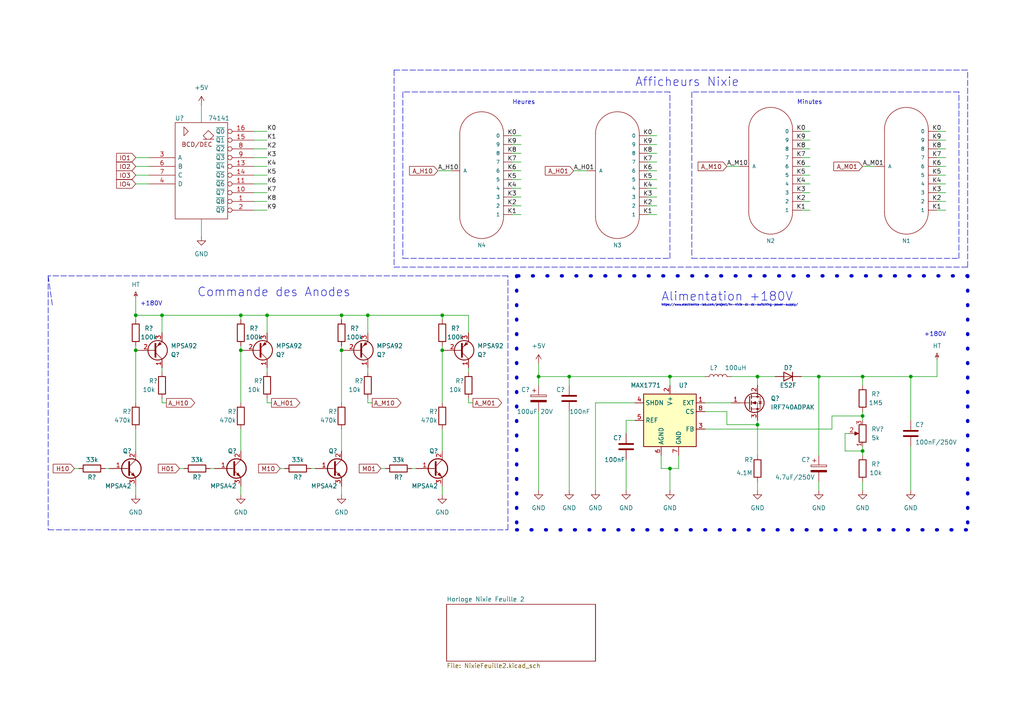
<source format=kicad_sch>
(kicad_sch (version 20211123) (generator eeschema)
  (paper "A4")
  (title_block (title "Horloge Nixie") (date "2023-01-06") (rev "0.1") (company "Laurent Claude"))
  (lib_symbols
    (symbol "74xx_IEEE:74141" (pin_names (offset 0.762))
      (property "Reference" "U" (at 0 0 0))
      (property "Value" "74141" (at 7.62 -15.24 0))
      (symbol "74141_0_0"
        (polyline (pts (xy 3.556 9.144) (xy 3.048 9.144) (xy 3.048 9.144)))
        (polyline (pts (xy -5.08 12.7) (xy -5.08 10.16) (xy -3.81 11.43) (xy -5.08 12.7) (xy -5.08 12.7)))
        (polyline (pts (xy 2.54 9.144) (xy 3.556 10.16) (xy 2.032 11.684) (xy 0.508 10.16) (xy 1.524 9.144) (xy 0.508 9.144) (xy 3.556 9.144)))
        (text "BCD/DEC" (at -1.27 7.62 0) (effects (font (size 1.27 1.27))))
        (pin power_in line (at 0 -13.97 90) (length 0) hide (name "GND") (number "12"))
        (pin power_in line (at 0 13.97 270) (length 0) hide (name "VCC") (number "5"))
      )
      (symbol "74141_0_1"
        (rectangle (start -7.62 13.97) (end 7.62 -13.97))
      )
      (symbol "74141_1_1"
        (pin open_collector inverted (at 15.24 -8.89 180) (length 7.62) (name "~{Q8}") (number "1"))
        (pin open_collector inverted (at 15.24 -6.35 180) (length 7.62) (name "~{Q7}") (number "10"))
        (pin open_collector inverted (at 15.24 -3.81 180) (length 7.62) (name "~{Q6}") (number "11"))
        (pin open_collector inverted (at 15.24 1.27 180) (length 7.62) (name "~{Q4}") (number "13"))
        (pin open_collector inverted (at 15.24 -1.27 180) (length 7.62) (name "~{Q5}") (number "14"))
        (pin open_collector inverted (at 15.24 8.89 180) (length 7.62) (name "~{Q1}") (number "15"))
        (pin open_collector inverted (at 15.24 11.43 180) (length 7.62) (name "~{Q0}") (number "16"))
        (pin open_collector inverted (at 15.24 -11.43 180) (length 7.62) (name "~{Q9}") (number "2"))
        (pin input line (at -15.24 3.81 0) (length 7.62) (name "A") (number "3"))
        (pin input line (at -15.24 -3.81 0) (length 7.62) (name "D") (number "4"))
        (pin input line (at -15.24 1.27 0) (length 7.62) (name "B") (number "6"))
        (pin input line (at -15.24 -1.27 0) (length 7.62) (name "C") (number "7"))
        (pin open_collector inverted (at 15.24 6.35 180) (length 7.62) (name "~{Q2}") (number "8"))
        (pin open_collector inverted (at 15.24 3.81 180) (length 7.62) (name "~{Q3}") (number "9"))
      )
    )
    (symbol "Device:C" (pin_numbers hide) (pin_names (offset 0.254))
      (property "Reference" "C" (at 0.635 2.54 0))
      (property "Value" "C" (at 0.635 -2.54 0))
      (symbol "C_0_1"
        (polyline (pts (xy -2.032 -0.762) (xy 2.032 -0.762)) (stroke (width 0.508)))
        (polyline (pts (xy -2.032 0.762) (xy 2.032 0.762)) (stroke (width 0.508)))
      )
      (symbol "C_1_1"
        (pin passive line (at 0 3.81 270) (length 2.794) (name "~") (number "1"))
        (pin passive line (at 0 -3.81 90) (length 2.794) (name "~") (number "2"))
      )
    )
    (symbol "Device:C_Polarized" (pin_numbers hide) (pin_names (offset 0.254))
      (property "Reference" "C" (at 0.635 2.54 0))
      (property "Value" "C_Polarized" (at 0.635 -2.54 0))
      (symbol "C_Polarized_0_1"
        (rectangle (start -2.286 0.508) (end 2.286 1.016))
        (polyline (pts (xy -1.778 2.286) (xy -0.762 2.286)))
        (polyline (pts (xy -1.27 2.794) (xy -1.27 1.778)))
        (rectangle (start 2.286 -0.508) (end -2.286 -1.016) (fill (type outline)))
      )
      (symbol "C_Polarized_1_1"
        (pin passive line (at 0 3.81 270) (length 2.794) (name "~") (number "1"))
        (pin passive line (at 0 -3.81 90) (length 2.794) (name "~") (number "2"))
      )
    )
    (symbol "Device:D" (pin_numbers hide) (pin_names (offset 1.016) hide)
      (property "Reference" "D" (at 0 2.54 0))
      (property "Value" "D" (at 0 -2.54 0))
      (symbol "D_0_1"
        (polyline (pts (xy -1.27 1.27) (xy -1.27 -1.27)) (stroke (width 0.254)))
        (polyline (pts (xy 1.27 0) (xy -1.27 0)))
        (polyline (pts (xy 1.27 1.27) (xy 1.27 -1.27) (xy -1.27 0) (xy 1.27 1.27)) (stroke (width 0.254)))
      )
      (symbol "D_1_1"
        (pin passive line (at -3.81 0 0) (length 2.54) (name "K") (number "1"))
        (pin passive line (at 3.81 0 180) (length 2.54) (name "A") (number "2"))
      )
    )
    (symbol "Device:L" (pin_numbers hide) (pin_names (offset 1.016) hide)
      (property "Reference" "L" (at -1.27 0 90))
      (property "Value" "L" (at 1.905 0 90))
      (symbol "L_0_1"
        (arc (start 0 -2.54) (mid 0.635 -1.905) (end 0 -1.27))
        (arc (start 0 -1.27) (mid 0.635 -0.635) (end 0 0))
        (arc (start 0 0) (mid 0.635 0.635) (end 0 1.27))
        (arc (start 0 1.27) (mid 0.635 1.905) (end 0 2.54))
      )
      (symbol "L_1_1"
        (pin passive line (at 0 3.81 270) (length 1.27) (name "1") (number "1"))
        (pin passive line (at 0 -3.81 90) (length 1.27) (name "2") (number "2"))
      )
    )
    (symbol "Device:R" (pin_numbers hide) (pin_names (offset 0))
      (property "Reference" "R" (at 2.032 0 90))
      (property "Value" "R" (at 0 0 90))
      (symbol "R_0_1"
        (rectangle (start -1.016 -2.54) (end 1.016 2.54) (stroke (width 0.254)))
      )
      (symbol "R_1_1"
        (pin passive line (at 0 3.81 270) (length 1.27) (name "~") (number "1"))
        (pin passive line (at 0 -3.81 90) (length 1.27) (name "~") (number "2"))
      )
    )
    (symbol "Device:R_Potentiometer" (pin_names (offset 1.016) hide)
      (property "Reference" "RV" (at -4.445 0 90))
      (property "Value" "R_Potentiometer" (at -2.54 0 90))
      (symbol "R_Potentiometer_0_1"
        (polyline (pts (xy 2.54 0) (xy 1.524 0)))
        (polyline (pts (xy 1.143 0) (xy 2.286 0.508) (xy 2.286 -0.508) (xy 1.143 0)) (fill (type outline)))
        (rectangle (start 1.016 2.54) (end -1.016 -2.54) (stroke (width 0.254)))
      )
      (symbol "R_Potentiometer_1_1"
        (pin passive line (at 0 3.81 270) (length 1.27) (name "1") (number "1"))
        (pin passive line (at 3.81 0 180) (length 1.27) (name "2") (number "2"))
        (pin passive line (at 0 -3.81 90) (length 1.27) (name "3") (number "3"))
      )
    )
    (symbol "Nixie:IN-1" (pin_numbers hide) (pin_names (offset 1.016))
      (property "Reference" "N" (at -5.715 20.955 0))
      (symbol "IN-1_1_0"
        (polyline (pts (xy -7.62 -10.795) (xy -7.62 13.335)))
        (polyline (pts (xy 5.08 -10.795) (xy 5.08 13.335)))
      )
      (symbol "IN-1_1_1"
        (arc (start -7.62 -10.795) (mid -1.27 -17.145) (end 5.08 -10.795))
        (arc (start 5.08 13.335) (mid -1.27 19.685) (end -7.62 13.335))
        (pin bidirectional line (at -10.16 -10.16 0) (length 2.54) (name "0") (number "0"))
        (pin bidirectional line (at -10.16 12.7 0) (length 2.54) (name "1") (number "1"))
        (pin bidirectional line (at -10.16 10.16 0) (length 2.54) (name "2") (number "2"))
        (pin bidirectional line (at -10.16 7.62 0) (length 2.54) (name "3") (number "3"))
        (pin bidirectional line (at -10.16 5.08 0) (length 2.54) (name "4") (number "4"))
        (pin bidirectional line (at -10.16 2.54 0) (length 2.54) (name "5") (number "5"))
        (pin bidirectional line (at -10.16 0 0) (length 2.54) (name "6") (number "6"))
        (pin bidirectional line (at -10.16 -2.54 0) (length 2.54) (name "7") (number "7"))
        (pin bidirectional line (at -10.16 -5.08 0) (length 2.54) (name "8") (number "8"))
        (pin bidirectional line (at -10.16 -7.62 0) (length 2.54) (name "9") (number "9"))
        (pin bidirectional line (at 7.62 0 180) (length 2.54) (name "A") (number "A"))
      )
    )
    (symbol "Regulator_Switching:MAX1771xSA"
      (property "Reference" "U" (at -3.81 10.16 0))
      (property "Value" "MAX1771xSA" (at 6.35 10.16 0))
      (symbol "MAX1771xSA_0_1"
        (rectangle (start -7.62 7.62) (end 7.62 -7.62) (stroke (width 0.254)) (fill (type background)))
      )
      (symbol "MAX1771xSA_1_1"
        (pin output line (at 10.16 5.08 180) (length 2.54) (name "EXT") (number "1"))
        (pin power_in line (at 0 10.16 270) (length 2.54) (name "V+") (number "2"))
        (pin input line (at 10.16 -2.54 180) (length 2.54) (name "FB") (number "3"))
        (pin input line (at -10.16 5.08 0) (length 2.54) (name "SHDN") (number "4"))
        (pin passive line (at -10.16 0 0) (length 2.54) (name "REF") (number "5"))
        (pin power_in line (at -2.54 -10.16 90) (length 2.54) (name "AGND") (number "6"))
        (pin power_in line (at 2.54 -10.16 90) (length 2.54) (name "GND") (number "7"))
        (pin input line (at 10.16 2.54 180) (length 2.54) (name "CS") (number "8"))
      )
    )
    (symbol "Transistor_BJT:BC557" (pin_names (offset 0) hide)
      (property "Reference" "Q" (at 5.08 1.905 0))
      (property "Value" "BC557" (at 5.08 0 0))
      (symbol "BC557_0_1"
        (polyline (pts (xy 0.635 0.635) (xy 2.54 2.54)))
        (polyline (pts (xy 0.635 -0.635) (xy 2.54 -2.54) (xy 2.54 -2.54)))
        (polyline (pts (xy 0.635 1.905) (xy 0.635 -1.905) (xy 0.635 -1.905)) (stroke (width 0.508)))
        (polyline (pts (xy 2.286 -1.778) (xy 1.778 -2.286) (xy 1.27 -1.27) (xy 2.286 -1.778) (xy 2.286 -1.778)) (fill (type outline)))
        (circle (center 1.27 0) (radius 2.8194) (stroke (width 0.254)))
      )
      (symbol "BC557_1_1"
        (pin passive line (at 2.54 5.08 270) (length 2.54) (name "C") (number "1"))
        (pin input line (at -5.08 0 0) (length 5.715) (name "B") (number "2"))
        (pin passive line (at 2.54 -5.08 90) (length 2.54) (name "E") (number "3"))
      )
    )
    (symbol "Transistor_BJT:MJE13007G" (pin_names (offset 0) hide)
      (property "Reference" "Q" (at 6.35 1.905 0))
      (property "Value" "MJE13007G" (at 6.35 0 0))
      (symbol "MJE13007G_0_1"
        (polyline (pts (xy 0 0) (xy 0.635 0)))
        (polyline (pts (xy 2.54 2.54) (xy 0.635 0.635)))
        (polyline (pts (xy 0.635 1.905) (xy 0.635 -1.905) (xy 0.635 -1.905)) (stroke (width 0.508)))
        (polyline (pts (xy 2.286 -2.286) (xy 1.778 -1.778) (xy 1.778 -1.778)))
        (polyline (pts (xy 2.54 -2.54) (xy 0.635 -0.635) (xy 1.27 -1.27)) (fill (type outline)))
        (polyline (pts (xy 1.27 -1.778) (xy 1.778 -1.27) (xy 2.286 -2.286) (xy 1.27 -1.778) (xy 1.27 -1.778)) (fill (type outline)))
        (circle (center 1.27 0) (radius 2.8194) (stroke (width 0.3048)))
      )
      (symbol "MJE13007G_1_1"
        (pin input line (at -5.08 0 0) (length 5.08) (name "B") (number "1"))
        (pin passive line (at 2.54 5.08 270) (length 2.54) (name "C") (number "2"))
        (pin passive line (at 2.54 -5.08 90) (length 2.54) (name "E") (number "3"))
      )
    )
    (symbol "Transistor_FET:IRF740" (pin_names hide)
      (property "Reference" "Q" (at 6.35 1.905 0))
      (property "Value" "IRF740" (at 6.35 0 0))
      (symbol "IRF740_0_1"
        (polyline (pts (xy 0.254 0) (xy -2.54 0)))
        (polyline (pts (xy 0.254 1.905) (xy 0.254 -1.905)) (stroke (width 0.254)))
        (polyline (pts (xy 0.762 -1.27) (xy 0.762 -2.286)) (stroke (width 0.254)))
        (polyline (pts (xy 0.762 0.508) (xy 0.762 -0.508)) (stroke (width 0.254)))
        (polyline (pts (xy 0.762 2.286) (xy 0.762 1.27)) (stroke (width 0.254)))
        (polyline (pts (xy 2.54 2.54) (xy 2.54 1.778)))
        (polyline (pts (xy 2.54 -2.54) (xy 2.54 0) (xy 0.762 0)))
        (polyline (pts (xy 0.762 -1.778) (xy 3.302 -1.778) (xy 3.302 1.778) (xy 0.762 1.778)))
        (polyline (pts (xy 1.016 0) (xy 2.032 0.381) (xy 2.032 -0.381) (xy 1.016 0)) (fill (type outline)))
        (polyline (pts (xy 2.794 0.508) (xy 2.921 0.381) (xy 3.683 0.381) (xy 3.81 0.254)))
        (polyline (pts (xy 3.302 0.381) (xy 2.921 -0.254) (xy 3.683 -0.254) (xy 3.302 0.381)))
        (circle (center 1.651 0) (radius 2.794) (stroke (width 0.254)))
        (circle (center 2.54 -1.778) (radius 0.254) (fill (type outline)))
        (circle (center 2.54 1.778) (radius 0.254) (fill (type outline)))
      )
      (symbol "IRF740_1_1"
        (pin input line (at -5.08 0 0) (length 2.54) (name "G") (number "1"))
        (pin passive line (at 2.54 5.08 270) (length 2.54) (name "D") (number "2"))
        (pin passive line (at 2.54 -5.08 90) (length 2.54) (name "S") (number "3"))
      )
    )
    (symbol "power:+5V" (power) (pin_names (offset 0))
      (property "Value" "+5V" (at 0 3.556 0))
      (symbol "+5V_0_1"
        (polyline (pts (xy -0.762 1.27) (xy 0 2.54)))
        (polyline (pts (xy 0 0) (xy 0 2.54)))
        (polyline (pts (xy 0 2.54) (xy 0.762 1.27)))
      )
      (symbol "+5V_1_1"
        (pin power_in line (at 0 0 90) (length 0) hide (name "+5V") (number "1"))
      )
    )
    (symbol "power:GND" (power) (pin_names (offset 0))
      (property "Value" "GND" (at 0 -3.81 0))
      (symbol "GND_0_1"
        (polyline (pts (xy 0 0) (xy 0 -1.27) (xy 1.27 -1.27) (xy 0 -2.54) (xy -1.27 -1.27) (xy 0 -1.27)))
      )
      (symbol "GND_1_1"
        (pin power_in line (at 0 0 270) (length 0) hide (name "GND") (number "1"))
      )
    )
    (symbol "power:HT" (power) (pin_names (offset 0))
      (property "Value" "HT" (at 0 2.286 0))
      (symbol "HT_0_0"
        (pin power_in line (at 0 0 90) (length 0) hide (name "HT") (number "1"))
      )
      (symbol "HT_0_1"
        (polyline (pts (xy 0 0) (xy 0 1.016) (xy 0 1.016)))
        (polyline (pts (xy 0 1.016) (xy 0.508 0.508) (xy 0 1.778) (xy -0.508 0.508) (xy 0 1.016) (xy 0 1.016)))
      )
    )
  )
  (junction (at 77.47 91.44))
  (junction (at 250.19 120.65))
  (junction (at 264.16 109.22))
  (junction (at 156.21 109.22))
  (junction (at 106.68 91.44))
  (junction (at 69.85 101.6))
  (junction (at 39.37 101.6))
  (junction (at 39.37 91.44))
  (junction (at 237.49 109.22))
  (junction (at 219.71 123.19))
  (junction (at 99.06 101.6))
  (junction (at 99.06 91.44))
  (junction (at 194.31 135.89))
  (junction (at 46.99 91.44))
  (junction (at 250.19 109.22))
  (junction (at 250.19 130.81))
  (junction (at 128.27 91.44))
  (junction (at 69.85 91.44))
  (junction (at 165.1 109.22))
  (junction (at 219.71 109.22))
  (junction (at 128.27 101.6))
  (junction (at 194.31 109.22))
  (wire (pts (xy 190.5 39.37) (xy 187.96 39.37)))
  (wire (pts (xy 219.71 139.7) (xy 219.71 142.24)))
  (wire (pts (xy 77.47 43.18) (xy 73.66 43.18)))
  (wire (pts (xy 151.13 59.69) (xy 148.59 59.69)))
  (wire (pts (xy 204.47 124.46) (xy 241.3 124.46)))
  (wire (pts (xy 69.85 140.97) (xy 69.85 143.51)))
  (wire (pts (xy 106.68 116.84) (xy 107.95 116.84)))
  (wire (pts (xy 274.32 38.1) (xy 271.78 38.1)))
  (wire (pts (xy 106.68 91.44) (xy 106.68 96.52)))
  (wire (pts (xy 250.19 119.38) (xy 250.19 120.65)))
  (wire (pts (xy 151.13 44.45) (xy 148.59 44.45)))
  (wire (pts (xy 69.85 100.33) (xy 69.85 101.6)))
  (wire (pts (xy 190.5 57.15) (xy 187.96 57.15)))
  (wire (pts (xy 99.06 100.33) (xy 99.06 101.6)))
  (wire (pts (xy 219.71 109.22) (xy 224.79 109.22)))
  (wire (pts (xy 234.95 40.64) (xy 232.41 40.64)))
  (wire (pts (xy 39.37 100.33) (xy 39.37 101.6)))
  (wire (pts (xy 77.47 48.26) (xy 73.66 48.26)))
  (wire (pts (xy 135.89 91.44) (xy 128.27 91.44)))
  (wire (pts (xy 210.82 123.19) (xy 219.71 123.19)))
  (wire (pts (xy 77.47 96.52) (xy 77.47 91.44)))
  (wire (pts (xy 190.5 52.07) (xy 187.96 52.07)))
  (wire (pts (xy 245.11 125.73) (xy 245.11 130.81)))
  (wire (pts (xy 271.78 109.22) (xy 264.16 109.22)))
  (wire (pts (xy 237.49 109.22) (xy 250.19 109.22)))
  (polyline (pts (xy 114.3 20.32) (xy 280.67 20.32)))
  (wire (pts (xy 181.61 133.35) (xy 181.61 142.24)))
  (wire (pts (xy 151.13 39.37) (xy 148.59 39.37)))
  (wire (pts (xy 151.13 52.07) (xy 148.59 52.07)))
  (wire (pts (xy 99.06 140.97) (xy 99.06 143.51)))
  (wire (pts (xy 219.71 109.22) (xy 219.71 111.76)))
  (wire (pts (xy 166.37 49.53) (xy 170.18 49.53)))
  (wire (pts (xy 156.21 119.38) (xy 156.21 142.24)))
  (polyline (pts (xy 194.31 74.93) (xy 194.31 26.67)))
  (wire (pts (xy 128.27 140.97) (xy 128.27 143.51)))
  (polyline (pts (xy 278.13 74.93) (xy 278.13 26.67)))
  (wire (pts (xy 165.1 119.38) (xy 165.1 142.24)))
  (wire (pts (xy 77.47 115.57) (xy 77.47 116.84)))
  (wire (pts (xy 232.41 109.22) (xy 237.49 109.22)))
  (wire (pts (xy 77.47 91.44) (xy 69.85 91.44)))
  (wire (pts (xy 190.5 49.53) (xy 187.96 49.53)))
  (wire (pts (xy 156.21 109.22) (xy 165.1 109.22)))
  (wire (pts (xy 181.61 125.73) (xy 181.61 121.92)))
  (wire (pts (xy 190.5 46.99) (xy 187.96 46.99)))
  (wire (pts (xy 110.49 135.89) (xy 111.76 135.89)))
  (wire (pts (xy 30.48 135.89) (xy 31.75 135.89)))
  (wire (pts (xy 271.78 104.14) (xy 271.78 109.22)))
  (wire (pts (xy 190.5 41.91) (xy 187.96 41.91)))
  (wire (pts (xy 210.82 48.26) (xy 214.63 48.26)))
  (polyline (pts (xy 194.31 26.67) (xy 116.84 26.67)))
  (polyline (pts (xy 149.86 80.01) (xy 149.86 153.67)) (stroke (width 1) (type dot)))
  (wire (pts (xy 46.99 96.52) (xy 46.99 91.44)))
  (wire (pts (xy 196.85 132.08) (xy 196.85 135.89)))
  (wire (pts (xy 135.89 116.84) (xy 137.16 116.84)))
  (wire (pts (xy 46.99 91.44) (xy 69.85 91.44)))
  (wire (pts (xy 21.59 135.89) (xy 22.86 135.89)))
  (wire (pts (xy 274.32 55.88) (xy 271.78 55.88)))
  (wire (pts (xy 77.47 106.68) (xy 77.47 107.95)))
  (wire (pts (xy 264.16 109.22) (xy 250.19 109.22)))
  (polyline (pts (xy 200.66 74.93) (xy 278.13 74.93)))
  (wire (pts (xy 237.49 109.22) (xy 237.49 132.08)))
  (wire (pts (xy 77.47 53.34) (xy 73.66 53.34)))
  (polyline (pts (xy 114.3 77.47) (xy 280.67 77.47)))
  (polyline (pts (xy 147.32 80.01) (xy 13.97 80.01)))
  (wire (pts (xy 151.13 46.99) (xy 148.59 46.99)))
  (wire (pts (xy 77.47 116.84) (xy 78.74 116.84)))
  (wire (pts (xy 77.47 40.64) (xy 73.66 40.64)))
  (wire (pts (xy 264.16 129.54) (xy 264.16 142.24)))
  (wire (pts (xy 210.82 119.38) (xy 210.82 123.19)))
  (wire (pts (xy 58.42 30.48) (xy 58.42 35.56)))
  (wire (pts (xy 77.47 91.44) (xy 99.06 91.44)))
  (wire (pts (xy 151.13 62.23) (xy 148.59 62.23)))
  (polyline (pts (xy 200.66 26.67) (xy 200.66 74.93)))
  (wire (pts (xy 77.47 38.1) (xy 73.66 38.1)))
  (polyline (pts (xy 280.67 80.01) (xy 149.86 80.01)) (stroke (width 1) (type dot)))
  (wire (pts (xy 172.72 116.84) (xy 184.15 116.84)))
  (wire (pts (xy 90.17 135.89) (xy 91.44 135.89)))
  (wire (pts (xy 69.85 101.6) (xy 69.85 116.84)))
  (wire (pts (xy 77.47 58.42) (xy 73.66 58.42)))
  (wire (pts (xy 46.99 91.44) (xy 39.37 91.44)))
  (wire (pts (xy 99.06 124.46) (xy 99.06 130.81)))
  (wire (pts (xy 165.1 109.22) (xy 194.31 109.22)))
  (wire (pts (xy 237.49 139.7) (xy 237.49 142.24)))
  (wire (pts (xy 77.47 50.8) (xy 73.66 50.8)))
  (wire (pts (xy 81.28 135.89) (xy 82.55 135.89)))
  (wire (pts (xy 234.95 58.42) (xy 232.41 58.42)))
  (wire (pts (xy 234.95 45.72) (xy 232.41 45.72)))
  (wire (pts (xy 234.95 43.18) (xy 232.41 43.18)))
  (polyline (pts (xy 116.84 74.93) (xy 194.31 74.93)))
  (wire (pts (xy 39.37 48.26) (xy 43.18 48.26)))
  (wire (pts (xy 190.5 44.45) (xy 187.96 44.45)))
  (wire (pts (xy 246.38 125.73) (xy 245.11 125.73)))
  (wire (pts (xy 181.61 121.92) (xy 184.15 121.92)))
  (wire (pts (xy 190.5 62.23) (xy 187.96 62.23)))
  (wire (pts (xy 191.77 135.89) (xy 194.31 135.89)))
  (wire (pts (xy 274.32 58.42) (xy 271.78 58.42)))
  (wire (pts (xy 234.95 48.26) (xy 232.41 48.26)))
  (wire (pts (xy 274.32 50.8) (xy 271.78 50.8)))
  (polyline (pts (xy 13.97 80.01) (xy 13.97 153.67)))
  (wire (pts (xy 156.21 109.22) (xy 156.21 111.76)))
  (wire (pts (xy 46.99 115.57) (xy 46.99 116.84)))
  (wire (pts (xy 39.37 45.72) (xy 43.18 45.72)))
  (wire (pts (xy 106.68 91.44) (xy 128.27 91.44)))
  (wire (pts (xy 128.27 100.33) (xy 128.27 101.6)))
  (wire (pts (xy 39.37 101.6) (xy 39.37 116.84)))
  (wire (pts (xy 234.95 55.88) (xy 232.41 55.88)))
  (wire (pts (xy 274.32 40.64) (xy 271.78 40.64)))
  (wire (pts (xy 135.89 96.52) (xy 135.89 91.44)))
  (polyline (pts (xy 149.86 153.67) (xy 280.67 153.67)) (stroke (width 1) (type dot)))
  (polyline (pts (xy 147.32 153.67) (xy 147.32 80.01)))
  (wire (pts (xy 77.47 45.72) (xy 73.66 45.72)))
  (wire (pts (xy 106.68 115.57) (xy 106.68 116.84)))
  (wire (pts (xy 250.19 130.81) (xy 250.19 132.08)))
  (wire (pts (xy 77.47 55.88) (xy 73.66 55.88)))
  (wire (pts (xy 46.99 106.68) (xy 46.99 107.95)))
  (wire (pts (xy 245.11 130.81) (xy 250.19 130.81)))
  (wire (pts (xy 128.27 91.44) (xy 128.27 92.71)))
  (wire (pts (xy 190.5 54.61) (xy 187.96 54.61)))
  (polyline (pts (xy 280.67 80.01) (xy 280.67 153.67)) (stroke (width 1) (type dot)))
  (wire (pts (xy 39.37 124.46) (xy 39.37 130.81)))
  (wire (pts (xy 212.09 109.22) (xy 219.71 109.22)))
  (wire (pts (xy 274.32 43.18) (xy 271.78 43.18)))
  (wire (pts (xy 151.13 49.53) (xy 148.59 49.53)))
  (wire (pts (xy 99.06 101.6) (xy 99.06 116.84)))
  (wire (pts (xy 99.06 91.44) (xy 106.68 91.44)))
  (wire (pts (xy 191.77 132.08) (xy 191.77 135.89)))
  (polyline (pts (xy 114.3 20.32) (xy 114.3 77.47)))
  (wire (pts (xy 58.42 63.5) (xy 58.42 68.58)))
  (wire (pts (xy 274.32 48.26) (xy 271.78 48.26)))
  (wire (pts (xy 60.96 135.89) (xy 62.23 135.89)))
  (polyline (pts (xy 13.97 153.67) (xy 147.32 153.67)))
  (wire (pts (xy 194.31 109.22) (xy 204.47 109.22)))
  (wire (pts (xy 39.37 53.34) (xy 43.18 53.34)))
  (polyline (pts (xy 13.97 80.01) (xy 15.24 88.9)))
  (wire (pts (xy 241.3 120.65) (xy 250.19 120.65)))
  (wire (pts (xy 165.1 109.22) (xy 165.1 111.76)))
  (wire (pts (xy 274.32 60.96) (xy 271.78 60.96)))
  (wire (pts (xy 39.37 140.97) (xy 39.37 143.51)))
  (wire (pts (xy 128.27 101.6) (xy 128.27 116.84)))
  (wire (pts (xy 99.06 91.44) (xy 99.06 92.71)))
  (wire (pts (xy 234.95 53.34) (xy 232.41 53.34)))
  (wire (pts (xy 219.71 123.19) (xy 219.71 121.92)))
  (wire (pts (xy 274.32 45.72) (xy 271.78 45.72)))
  (wire (pts (xy 250.19 48.26) (xy 254 48.26)))
  (wire (pts (xy 204.47 119.38) (xy 210.82 119.38)))
  (wire (pts (xy 190.5 59.69) (xy 187.96 59.69)))
  (wire (pts (xy 151.13 54.61) (xy 148.59 54.61)))
  (wire (pts (xy 151.13 57.15) (xy 148.59 57.15)))
  (wire (pts (xy 151.13 41.91) (xy 148.59 41.91)))
  (wire (pts (xy 106.68 106.68) (xy 106.68 107.95)))
  (wire (pts (xy 127 49.53) (xy 130.81 49.53)))
  (wire (pts (xy 135.89 115.57) (xy 135.89 116.84)))
  (wire (pts (xy 52.07 135.89) (xy 53.34 135.89)))
  (wire (pts (xy 39.37 50.8) (xy 43.18 50.8)))
  (wire (pts (xy 156.21 105.41) (xy 156.21 109.22)))
  (wire (pts (xy 234.95 60.96) (xy 232.41 60.96)))
  (wire (pts (xy 250.19 111.76) (xy 250.19 109.22)))
  (wire (pts (xy 46.99 116.84) (xy 48.26 116.84)))
  (wire (pts (xy 196.85 135.89) (xy 194.31 135.89)))
  (wire (pts (xy 128.27 124.46) (xy 128.27 130.81)))
  (wire (pts (xy 135.89 106.68) (xy 135.89 107.95)))
  (wire (pts (xy 250.19 120.65) (xy 250.19 121.92)))
  (wire (pts (xy 119.38 135.89) (xy 120.65 135.89)))
  (wire (pts (xy 241.3 124.46) (xy 241.3 120.65)))
  (wire (pts (xy 77.47 60.96) (xy 73.66 60.96)))
  (polyline (pts (xy 278.13 26.67) (xy 200.66 26.67)))
  (wire (pts (xy 39.37 91.44) (xy 39.37 92.71)))
  (wire (pts (xy 172.72 142.24) (xy 172.72 116.84)))
  (wire (pts (xy 250.19 139.7) (xy 250.19 142.24)))
  (wire (pts (xy 234.95 38.1) (xy 232.41 38.1)))
  (wire (pts (xy 69.85 124.46) (xy 69.85 130.81)))
  (wire (pts (xy 250.19 129.54) (xy 250.19 130.81)))
  (wire (pts (xy 204.47 116.84) (xy 212.09 116.84)))
  (wire (pts (xy 234.95 50.8) (xy 232.41 50.8)))
  (polyline (pts (xy 116.84 26.67) (xy 116.84 74.93)))
  (wire (pts (xy 39.37 86.36) (xy 39.37 91.44)))
  (wire (pts (xy 219.71 123.19) (xy 219.71 132.08)))
  (wire (pts (xy 194.31 109.22) (xy 194.31 111.76)))
  (wire (pts (xy 69.85 91.44) (xy 69.85 92.71)))
  (wire (pts (xy 264.16 121.92) (xy 264.16 109.22)))
  (wire (pts (xy 274.32 53.34) (xy 271.78 53.34)))
  (polyline (pts (xy 280.67 77.47) (xy 280.67 20.32)))
  (wire (pts (xy 194.31 135.89) (xy 194.31 142.24)))
  (text "+180V" (at 40.64 88.9 0) (effects (font (size 1.27 1.27)) (justify left bottom)))
  (text "Alimentation +180V" (at 191.77 87.63 0) (effects (font (size 2.54 2.54)) (justify left bottom)))
  (text "Afficheurs Nixie" (at 184.15 25.4 0) (effects (font (size 2.54 2.54)) (justify left bottom)))
  (text "+180V" (at 267.97 97.79 0) (effects (font (size 1.27 1.27)) (justify left bottom)))
  (text "Heures" (at 148.59 30.48 0) (effects (font (size 1.27 1.27)) (justify left bottom)))
  (text "Commande des Anodes" (at 57.15 86.36 0) (effects (font (size 2.54 2.54)) (justify left bottom)))
  (text "Minutes" (at 231.14 30.48 0) (effects (font (size 1.27 1.27)) (justify left bottom)))
  (text "https://www.electronics-lab.com/project/hv-nixie-dc-dc-switching-power-supply/" (at 191.77 88.9 0) (effects (font (size 0.6 0.6)) (justify left bottom)))
  (label "A_M10" (at 210.82 48.26 0))
  (label "K7" (at 149.86 46.99 180))
  (label "K1" (at 273.05 60.96 180))
  (label "K2" (at 273.05 58.42 180))
  (label "K5" (at 189.23 52.07 180))
  (label "K6" (at 273.05 48.26 180))
  (label "K3" (at 77.47 45.72 0))
  (label "A_H01" (at 166.37 49.53 0))
  (label "K4" (at 273.05 53.34 180))
  (label "K6" (at 189.23 49.53 180))
  (label "K5" (at 273.05 50.8 180))
  (label "K9" (at 233.68 40.64 180))
  (label "K9" (at 273.05 40.64 180))
  (label "K9" (at 189.23 41.91 180))
  (label "A_M01" (at 250.19 48.26 0))
  (label "K0" (at 273.05 38.1 180))
  (label "K4" (at 77.47 48.26 0))
  (label "K5" (at 77.47 50.8 0))
  (label "K7" (at 233.68 45.72 180))
  (label "K3" (at 189.23 57.15 180))
  (label "K5" (at 149.86 52.07 180))
  (label "K2" (at 233.68 58.42 180))
  (label "K5" (at 233.68 50.8 180))
  (label "K8" (at 273.05 43.18 180))
  (label "K6" (at 233.68 48.26 180))
  (label "K0" (at 77.47 38.1 0))
  (label "K1" (at 233.68 60.96 180))
  (label "K1" (at 77.47 40.64 0))
  (label "K1" (at 149.86 62.23 180))
  (label "K4" (at 149.86 54.61 180))
  (label "K6" (at 149.86 49.53 180))
  (label "K0" (at 233.68 38.1 180))
  (label "K8" (at 77.47 58.42 0))
  (label "K9" (at 149.86 41.91 180))
  (label "K0" (at 189.23 39.37 180))
  (label "K9" (at 77.47 60.96 0))
  (label "A_H10" (at 127 49.53 0))
  (label "K2" (at 77.47 43.18 0))
  (label "K2" (at 189.23 59.69 180))
  (label "K3" (at 273.05 55.88 180))
  (label "K4" (at 233.68 53.34 180))
  (label "K8" (at 189.23 44.45 180))
  (label "K2" (at 149.86 59.69 180))
  (label "K6" (at 77.47 53.34 0))
  (label "K7" (at 273.05 45.72 180))
  (label "K3" (at 149.86 57.15 180))
  (label "K0" (at 149.86 39.37 180))
  (label "K8" (at 233.68 43.18 180))
  (label "K7" (at 189.23 46.99 180))
  (label "K3" (at 233.68 55.88 180))
  (label "K1" (at 189.23 62.23 180))
  (label "K7" (at 77.47 55.88 0))
  (label "K8" (at 149.86 44.45 180))
  (label "K4" (at 189.23 54.61 180))
  (global_label "M01" (shape input) (at 110.49 135.89 180) (property "Références Inter-Feuilles" "${INTERSHEET_REFS}" (effects hide)))
  (global_label "A_H10" (shape output) (at 48.26 116.84 0) (property "Références Inter-Feuilles" "${INTERSHEET_REFS}" (effects hide)))
  (global_label "A_M01" (shape output) (at 137.16 116.84 0) (property "Références Inter-Feuilles" "${INTERSHEET_REFS}" (effects hide)))
  (global_label "H01" (shape input) (at 52.07 135.89 180) (property "Références Inter-Feuilles" "${INTERSHEET_REFS}" (effects hide)))
  (global_label "A_H01" (shape input) (at 166.37 49.53 180) (property "Références Inter-Feuilles" "${INTERSHEET_REFS}" (effects hide)))
  (global_label "A_H01" (shape output) (at 78.74 116.84 0) (property "Références Inter-Feuilles" "${INTERSHEET_REFS}" (effects hide)))
  (global_label "IO2" (shape input) (at 39.37 48.26 180) (property "Références Inter-Feuilles" "${INTERSHEET_REFS}" (effects hide)))
  (global_label "IO1" (shape input) (at 39.37 45.72 180) (property "Références Inter-Feuilles" "${INTERSHEET_REFS}" (effects hide)))
  (global_label "A_M10" (shape output) (at 107.95 116.84 0) (property "Références Inter-Feuilles" "${INTERSHEET_REFS}" (effects hide)))
  (global_label "H10" (shape input) (at 21.59 135.89 180) (property "Références Inter-Feuilles" "${INTERSHEET_REFS}" (effects hide)))
  (global_label "A_H10" (shape input) (at 127 49.53 180) (property "Références Inter-Feuilles" "${INTERSHEET_REFS}" (effects hide)))
  (global_label "IO4" (shape input) (at 39.37 53.34 180) (property "Références Inter-Feuilles" "${INTERSHEET_REFS}" (effects hide)))
  (global_label "IO3" (shape input) (at 39.37 50.8 180) (property "Références Inter-Feuilles" "${INTERSHEET_REFS}" (effects hide)))
  (global_label "A_M01" (shape input) (at 250.19 48.26 180) (property "Références Inter-Feuilles" "${INTERSHEET_REFS}" (effects hide)))
  (global_label "M10" (shape input) (at 81.28 135.89 180) (property "Références Inter-Feuilles" "${INTERSHEET_REFS}" (effects hide)))
  (global_label "A_M10" (shape input) (at 210.82 48.26 180) (property "Références Inter-Feuilles" "${INTERSHEET_REFS}" (effects hide)))
  (symbol (lib_id "Nixie:IN-1") (at 222.25 48.26 180) (unit 1)
    (property "Reference" "N2" (at 223.52 69.85 0) (effects (font (size 1.143 1.143))))
    (property "Value" "IN-1" (effects hide))
    (property "Footprint" "nixies-us_IN-1" (effects hide))
  )
  (symbol (lib_id "Nixie:IN-1") (at 177.8 49.53 180) (unit 1)
    (property "Reference" "N3" (at 179.07 71.12 0) (effects (font (size 1.143 1.143))))
    (property "Value" "IN-1" (effects hide))
    (property "Footprint" "nixies-us_IN-1" (effects hide))
  )
  (symbol (lib_id "Transistor_FET:IRF740") (at 217.17 116.84 0) (unit 1)
    (property "Reference" "Q?" (at 223.52 115.5699 0) (effects (justify left)))
    (property "Value" "IRF740ADPAK" (at 223.52 118.1099 0) (effects (justify left)))
    (property "Footprint" "Package_TO_SOT_THT:TO-220-3_Vertical" (effects hide))
    (property "Datasheet" "http://www.vishay.com/docs/91054/91054.pdf" (effects hide))
  )
  (symbol (lib_id "Transistor_BJT:BC557") (at 104.14 101.6 0) (mirror x) (unit 1)
    (property "Reference" "Q?" (at 109.22 102.87 0) (effects (justify left)))
    (property "Value" "MPSA92" (at 109.22 100.33 0) (effects (justify left)))
    (property "Footprint" "Package_TO_SOT_THT:TO-92_Inline" (effects hide))
    (property "Datasheet" "https://www.onsemi.com/pub/Collateral/BC556BTA-D.pdf" (effects hide))
  )
  (symbol (lib_id "Device:R") (at 26.67 135.89 90) (unit 1)
    (property "Reference" "R?" (at 26.67 138.43 90))
    (property "Value" "33k" (at 26.67 133.35 90))
  )
  (symbol (lib_id "power:GND") (at 172.72 142.24 0) (unit 1)
    (property "Reference" "#PWR?" (effects hide))
    (property "Value" "GND" (at 172.72 147.32 0))
  )
  (symbol (lib_id "power:GND") (at 39.37 143.51 0) (unit 1)
    (property "Reference" "#PWR?" (effects hide))
    (property "Value" "GND" (at 39.37 148.59 0))
  )
  (symbol (lib_id "Device:R") (at 57.15 135.89 90) (unit 1)
    (property "Reference" "R?" (at 57.15 138.43 90))
    (property "Value" "33k" (at 57.15 133.35 90))
  )
  (symbol (lib_id "Device:R") (at 99.06 120.65 180) (unit 1)
    (property "Reference" "R?" (at 96.52 119.38 0))
    (property "Value" "470k" (at 95.25 121.92 0))
  )
  (symbol (lib_id "power:GND") (at 128.27 143.51 0) (unit 1)
    (property "Reference" "#PWR?" (effects hide))
    (property "Value" "GND" (at 128.27 148.59 0))
  )
  (symbol (lib_id "Regulator_Switching:MAX1771xSA") (at 194.31 121.92 0) (unit 1)
    (property "Reference" "U?" (at 196.85 111.76 0) (effects (justify left)))
    (property "Value" "MAX1771" (at 182.88 111.76 0) (effects (justify left)))
    (property "Footprint" "Package_SO:SO-8_3.9x4.9mm_P1.27mm" (effects hide))
    (property "Datasheet" "https://datasheets.maximintegrated.com/en/ds/MAX1771.pdf" (effects hide))
  )
  (symbol (lib_id "Device:R") (at 99.06 96.52 180) (unit 1)
    (property "Reference" "R?" (at 102.87 95.25 0))
    (property "Value" "100k" (at 102.87 97.79 0))
  )
  (symbol (lib_id "Device:R") (at 86.36 135.89 90) (unit 1)
    (property "Reference" "R?" (at 86.36 138.43 90))
    (property "Value" "33k" (at 86.36 133.35 90))
  )
  (symbol (lib_id "Device:R") (at 46.99 111.76 180) (unit 1)
    (property "Reference" "R?" (at 44.45 110.49 0))
    (property "Value" "10k" (at 43.18 113.03 0))
  )
  (symbol (lib_id "Nixie:IN-1") (at 261.62 48.26 180) (unit 1)
    (property "Reference" "N1" (at 262.89 69.85 0) (effects (font (size 1.143 1.143))))
    (property "Value" "IN-1" (effects hide))
    (property "Footprint" "nixies-us_IN-1" (effects hide))
  )
  (symbol (lib_id "Transistor_BJT:MJE13007G") (at 36.83 135.89 0) (unit 1)
    (property "Reference" "Q?" (at 35.56 130.81 0) (effects (justify left)))
    (property "Value" "MPSA42" (at 30.48 140.97 0) (effects (justify left)))
    (property "Footprint" "Package_TO_SOT_THT:TO-220-3_Vertical" (effects hide))
    (property "Datasheet" "http://www.onsemi.com/pub_link/Collateral/MJE13007-D.PDF" (effects hide))
  )
  (symbol (lib_id "power:GND") (at 219.71 142.24 0) (unit 1)
    (property "Reference" "#PWR?" (effects hide))
    (property "Value" "GND" (at 219.71 147.32 0))
  )
  (symbol (lib_id "Device:D") (at 228.6 109.22 180) (unit 1)
    (property "Reference" "D?" (at 228.6 106.68 0))
    (property "Value" "ES2F" (at 228.6 111.76 0))
  )
  (symbol (lib_id "Device:R_Potentiometer") (at 250.19 125.73 180) (unit 1)
    (property "Reference" "RV?" (at 252.73 124.4599 0) (effects (justify right)))
    (property "Value" "5k" (at 252.73 126.9999 0) (effects (justify right)))
  )
  (symbol (lib_id "Device:R") (at 39.37 120.65 180) (unit 1)
    (property "Reference" "R?" (at 36.83 119.38 0))
    (property "Value" "470k" (at 35.56 121.92 0))
  )
  (symbol (lib_id "power:GND") (at 181.61 142.24 0) (unit 1)
    (property "Reference" "#PWR?" (effects hide))
    (property "Value" "GND" (at 181.61 147.32 0))
  )
  (symbol (lib_id "Device:R") (at 106.68 111.76 180) (unit 1)
    (property "Reference" "R?" (at 104.14 110.49 0))
    (property "Value" "10k" (at 102.87 113.03 0))
  )
  (symbol (lib_id "power:GND") (at 165.1 142.24 0) (unit 1)
    (property "Reference" "#PWR?" (effects hide))
    (property "Value" "GND" (at 165.1 147.32 0))
  )
  (symbol (lib_id "Device:C") (at 181.61 129.54 0) (unit 1)
    (property "Reference" "C?" (at 177.8 127 0) (effects (justify left)))
    (property "Value" "100nF" (at 175.26 133.35 0) (effects (justify left)))
  )
  (symbol (lib_id "Device:R") (at 250.19 115.57 180) (unit 1)
    (property "Reference" "R?" (at 254 114.3 0))
    (property "Value" "1M5" (at 254 116.84 0))
  )
  (symbol (lib_id "power:GND") (at 264.16 142.24 0) (unit 1)
    (property "Reference" "#PWR?" (effects hide))
    (property "Value" "GND" (at 264.16 147.32 0))
  )
  (symbol (lib_id "Nixie:IN-1") (at 138.43 49.53 180) (unit 1)
    (property "Reference" "N4" (at 139.7 71.12 0) (effects (font (size 1.143 1.143))))
    (property "Value" "IN-1" (effects hide))
    (property "Footprint" "nixies-us_IN-1" (effects hide))
  )
  (symbol (lib_id "Transistor_BJT:MJE13007G") (at 125.73 135.89 0) (unit 1)
    (property "Reference" "Q?" (at 124.46 130.81 0) (effects (justify left)))
    (property "Value" "MPSA42" (at 119.38 140.97 0) (effects (justify left)))
    (property "Footprint" "Package_TO_SOT_THT:TO-220-3_Vertical" (effects hide))
    (property "Datasheet" "http://www.onsemi.com/pub_link/Collateral/MJE13007-D.PDF" (effects hide))
  )
  (symbol (lib_id "Device:R") (at 115.57 135.89 90) (unit 1)
    (property "Reference" "R?" (at 115.57 138.43 90))
    (property "Value" "33k" (at 115.57 133.35 90))
  )
  (symbol (lib_id "power:+5V") (at 58.42 30.48 0) (unit 1)
    (property "Reference" "#PWR?" (effects hide))
    (property "Value" "+5V" (at 58.42 25.4 0))
  )
  (symbol (lib_id "Transistor_BJT:BC557") (at 74.93 101.6 0) (mirror x) (unit 1)
    (property "Reference" "Q?" (at 80.01 102.87 0) (effects (justify left)))
    (property "Value" "MPSA92" (at 80.01 100.33 0) (effects (justify left)))
    (property "Footprint" "Package_TO_SOT_THT:TO-92_Inline" (effects hide))
    (property "Datasheet" "https://www.onsemi.com/pub/Collateral/BC556BTA-D.pdf" (effects hide))
  )
  (symbol (lib_id "Device:C_Polarized") (at 237.49 135.89 0) (unit 1)
    (property "Reference" "C?" (at 232.41 133.35 0) (effects (justify left)))
    (property "Value" "4.7uF/250V" (at 224.79 138.43 0) (effects (justify left)))
  )
  (symbol (lib_id "Device:R") (at 69.85 96.52 180) (unit 1)
    (property "Reference" "R?" (at 73.66 95.25 0))
    (property "Value" "100k" (at 73.66 97.79 0))
  )
  (symbol (lib_id "power:HT") (at 39.37 86.36 0) (unit 1)
    (property "Reference" "#PWR?" (effects hide))
    (property "Value" "HT" (at 39.37 82.55 0))
  )
  (symbol (lib_id "74xx_IEEE:74141") (at 58.42 49.53 0) (unit 1)
    (property "Reference" "U?" (at 52.07 34.29 0))
    (property "Value" "74141" (at 63.5 34.29 0))
  )
  (symbol (lib_id "Transistor_BJT:BC557") (at 133.35 101.6 0) (mirror x) (unit 1)
    (property "Reference" "Q?" (at 138.43 102.87 0) (effects (justify left)))
    (property "Value" "MPSA92" (at 138.43 100.33 0) (effects (justify left)))
    (property "Footprint" "Package_TO_SOT_THT:TO-92_Inline" (effects hide))
    (property "Datasheet" "https://www.onsemi.com/pub/Collateral/BC556BTA-D.pdf" (effects hide))
  )
  (symbol (lib_id "Device:R") (at 128.27 96.52 180) (unit 1)
    (property "Reference" "R?" (at 132.08 95.25 0))
    (property "Value" "100k" (at 132.08 97.79 0))
  )
  (symbol (lib_id "Device:C") (at 165.1 115.57 0) (unit 1)
    (property "Reference" "C?" (at 161.29 113.03 0) (effects (justify left)))
    (property "Value" "100nF" (at 165.1 119.38 0) (effects (justify left)))
  )
  (symbol (lib_id "Device:R") (at 128.27 120.65 180) (unit 1)
    (property "Reference" "R?" (at 125.73 119.38 0))
    (property "Value" "470k" (at 124.46 121.92 0))
  )
  (symbol (lib_id "power:GND") (at 69.85 143.51 0) (unit 1)
    (property "Reference" "#PWR?" (effects hide))
    (property "Value" "GND" (at 69.85 148.59 0))
  )
  (symbol (lib_id "power:GND") (at 58.42 68.58 0) (unit 1)
    (property "Reference" "#PWR?" (effects hide))
    (property "Value" "GND" (at 58.42 73.66 0))
  )
  (symbol (lib_id "Device:R") (at 250.19 135.89 180) (unit 1)
    (property "Reference" "R?" (at 254 134.62 0))
    (property "Value" "10k" (at 254 137.16 0))
  )
  (symbol (lib_id "power:GND") (at 250.19 142.24 0) (unit 1)
    (property "Reference" "#PWR?" (effects hide))
    (property "Value" "GND" (at 250.19 147.32 0))
  )
  (symbol (lib_id "Device:R") (at 77.47 111.76 180) (unit 1)
    (property "Reference" "R?" (at 74.93 110.49 0))
    (property "Value" "10k" (at 73.66 113.03 0))
  )
  (symbol (lib_id "Transistor_BJT:BC557") (at 44.45 101.6 0) (mirror x) (unit 1)
    (property "Reference" "Q?" (at 49.53 102.87 0) (effects (justify left)))
    (property "Value" "MPSA92" (at 49.53 100.33 0) (effects (justify left)))
    (property "Footprint" "Package_TO_SOT_THT:TO-92_Inline" (effects hide))
    (property "Datasheet" "https://www.onsemi.com/pub/Collateral/BC556BTA-D.pdf" (effects hide))
  )
  (symbol (lib_id "Transistor_BJT:MJE13007G") (at 67.31 135.89 0) (unit 1)
    (property "Reference" "Q?" (at 66.04 130.81 0) (effects (justify left)))
    (property "Value" "MPSA42" (at 60.96 140.97 0) (effects (justify left)))
    (property "Footprint" "Package_TO_SOT_THT:TO-220-3_Vertical" (effects hide))
    (property "Datasheet" "http://www.onsemi.com/pub_link/Collateral/MJE13007-D.PDF" (effects hide))
  )
  (symbol (lib_id "Device:R") (at 135.89 111.76 180) (unit 1)
    (property "Reference" "R?" (at 133.35 110.49 0))
    (property "Value" "10k" (at 132.08 113.03 0))
  )
  (symbol (lib_id "power:+5V") (at 156.21 105.41 0) (unit 1)
    (property "Reference" "#PWR?" (effects hide))
    (property "Value" "+5V" (at 156.21 100.33 0))
  )
  (symbol (lib_id "power:GND") (at 156.21 142.24 0) (unit 1)
    (property "Reference" "#PWR?" (effects hide))
    (property "Value" "GND" (at 156.21 147.32 0))
  )
  (symbol (lib_id "Device:R") (at 219.71 135.89 180) (unit 1)
    (property "Reference" "R?" (at 217.17 133.35 0))
    (property "Value" "4.1M" (at 215.9 137.16 0))
  )
  (symbol (lib_id "Device:C") (at 264.16 125.73 0) (unit 1)
    (property "Reference" "C?" (at 265.43 123.19 0) (effects (justify left)))
    (property "Value" "100nF/250V" (at 265.43 128.27 0) (effects (justify left)))
  )
  (symbol (lib_id "power:HT") (at 271.78 104.14 0) (unit 1)
    (property "Reference" "#PWR?" (effects hide))
    (property "Value" "HT" (at 271.78 100.33 0))
  )
  (symbol (lib_id "power:GND") (at 194.31 142.24 0) (unit 1)
    (property "Reference" "#PWR?" (effects hide))
    (property "Value" "GND" (at 194.31 147.32 0))
  )
  (symbol (lib_id "Device:R") (at 69.85 120.65 180) (unit 1)
    (property "Reference" "R?" (at 67.31 119.38 0))
    (property "Value" "470k" (at 66.04 121.92 0))
  )
  (symbol (lib_id "Device:R") (at 39.37 96.52 180) (unit 1)
    (property "Reference" "R?" (at 43.18 95.25 0))
    (property "Value" "100k" (at 43.18 97.79 0))
  )
  (symbol (lib_id "power:GND") (at 237.49 142.24 0) (unit 1)
    (property "Reference" "#PWR?" (effects hide))
    (property "Value" "GND" (at 237.49 147.32 0))
  )
  (symbol (lib_id "Device:L") (at 208.28 109.22 90) (unit 1)
    (property "Reference" "L?" (at 207.01 106.68 90))
    (property "Value" "100uH" (at 213.36 106.68 90))
  )
  (symbol (lib_id "Transistor_BJT:MJE13007G") (at 96.52 135.89 0) (unit 1)
    (property "Reference" "Q?" (at 95.25 130.81 0) (effects (justify left)))
    (property "Value" "MPSA42" (at 90.17 140.97 0) (effects (justify left)))
    (property "Footprint" "Package_TO_SOT_THT:TO-220-3_Vertical" (effects hide))
    (property "Datasheet" "http://www.onsemi.com/pub_link/Collateral/MJE13007-D.PDF" (effects hide))
  )
  (symbol (lib_id "power:GND") (at 99.06 143.51 0) (unit 1)
    (property "Reference" "#PWR?" (effects hide))
    (property "Value" "GND" (at 99.06 148.59 0))
  )
  (symbol (lib_id "Device:C_Polarized") (at 156.21 115.57 0) (unit 1)
    (property "Reference" "C?" (at 151.13 113.03 0) (effects (justify left)))
    (property "Value" "100uF 20V" (at 149.86 119.38 0) (effects (justify left)))
  )
  (sheet (at 129.54 175.26) (size 43.18 16.51) (stroke (width 0.1524))
    (property "Sheet name" "Horloge Nixie Feuille 2" (at 129.54 174.5484 0) (effects (justify left bottom)))
    (property "Sheet file" "NixieFeuille2.kicad_sch" (at 129.54 192.3546 0) (effects (justify left top)))
  )
)
</source>
